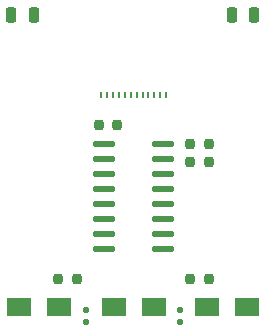
<source format=gbr>
%TF.GenerationSoftware,KiCad,Pcbnew,8.0.7*%
%TF.CreationDate,2024-12-10T14:46:16+07:00*%
%TF.ProjectId,CH551G_DEVKIT_V0,43483535-3147-45f4-9445-564b49545f56,rev?*%
%TF.SameCoordinates,Original*%
%TF.FileFunction,Paste,Top*%
%TF.FilePolarity,Positive*%
%FSLAX46Y46*%
G04 Gerber Fmt 4.6, Leading zero omitted, Abs format (unit mm)*
G04 Created by KiCad (PCBNEW 8.0.7) date 2024-12-10 14:46:16*
%MOMM*%
%LPD*%
G01*
G04 APERTURE LIST*
G04 Aperture macros list*
%AMRoundRect*
0 Rectangle with rounded corners*
0 $1 Rounding radius*
0 $2 $3 $4 $5 $6 $7 $8 $9 X,Y pos of 4 corners*
0 Add a 4 corners polygon primitive as box body*
4,1,4,$2,$3,$4,$5,$6,$7,$8,$9,$2,$3,0*
0 Add four circle primitives for the rounded corners*
1,1,$1+$1,$2,$3*
1,1,$1+$1,$4,$5*
1,1,$1+$1,$6,$7*
1,1,$1+$1,$8,$9*
0 Add four rect primitives between the rounded corners*
20,1,$1+$1,$2,$3,$4,$5,0*
20,1,$1+$1,$4,$5,$6,$7,0*
20,1,$1+$1,$6,$7,$8,$9,0*
20,1,$1+$1,$8,$9,$2,$3,0*%
G04 Aperture macros list end*
%ADD10RoundRect,0.199600X-0.199600X-0.224600X0.199600X-0.224600X0.199600X0.224600X-0.199600X0.224600X0*%
%ADD11R,0.198400X0.598400*%
%ADD12R,2.098400X1.598400*%
%ADD13RoundRect,0.109600X-0.159600X0.109600X-0.159600X-0.109600X0.159600X-0.109600X0.159600X0.109600X0*%
%ADD14RoundRect,0.109600X0.159600X-0.109600X0.159600X0.109600X-0.159600X0.109600X-0.159600X-0.109600X0*%
%ADD15RoundRect,0.218350X0.218350X0.430850X-0.218350X0.430850X-0.218350X-0.430850X0.218350X-0.430850X0*%
%ADD16RoundRect,0.124600X-0.799600X-0.124600X0.799600X-0.124600X0.799600X0.124600X-0.799600X0.124600X0*%
%ADD17RoundRect,0.218350X-0.218350X-0.430850X0.218350X-0.430850X0.218350X0.430850X-0.218350X0.430850X0*%
G04 APERTURE END LIST*
D10*
%TO.C,C1*%
X198996000Y-89738200D03*
X200546000Y-89738200D03*
%TD*%
D11*
%TO.C,J1*%
X196947000Y-85614200D03*
X196447000Y-85614200D03*
X195947000Y-85614200D03*
X195447000Y-85614200D03*
X194947000Y-85614200D03*
X194447000Y-85614200D03*
X193947000Y-85614200D03*
X193447000Y-85614200D03*
X192947000Y-85614200D03*
X192447000Y-85614200D03*
X191947000Y-85614200D03*
X191447000Y-85614200D03*
%TD*%
D12*
%TO.C,SW3*%
X192496000Y-103582200D03*
X195896000Y-103582200D03*
%TD*%
D10*
%TO.C,C4*%
X191223600Y-88112600D03*
X192773600Y-88112600D03*
%TD*%
D12*
%TO.C,SW2*%
X187869000Y-103580200D03*
X184469000Y-103580200D03*
%TD*%
D10*
%TO.C,C3*%
X198996000Y-101168200D03*
X200546000Y-101168200D03*
%TD*%
D13*
%TO.C,R3*%
X198120000Y-103833200D03*
X198120000Y-104853200D03*
%TD*%
D14*
%TO.C,R5*%
X190119000Y-104853200D03*
X190119000Y-103833200D03*
%TD*%
D15*
%TO.C,D1*%
X204391500Y-78816200D03*
X202516500Y-78816200D03*
%TD*%
D16*
%TO.C,U2*%
X191708000Y-89738200D03*
X191708000Y-91008200D03*
X191708000Y-92278200D03*
X191708000Y-93548200D03*
X191708000Y-94818200D03*
X191708000Y-96088200D03*
X191708000Y-97358200D03*
X191708000Y-98628200D03*
X196658000Y-98628200D03*
X196658000Y-97358200D03*
X196658000Y-96088200D03*
X196658000Y-94818200D03*
X196658000Y-93548200D03*
X196658000Y-92278200D03*
X196658000Y-91008200D03*
X196658000Y-89738200D03*
%TD*%
D10*
%TO.C,C5*%
X187820000Y-101168200D03*
X189370000Y-101168200D03*
%TD*%
D17*
%TO.C,D2*%
X183847500Y-78816200D03*
X185722500Y-78816200D03*
%TD*%
D12*
%TO.C,SW1*%
X200370000Y-103582200D03*
X203770000Y-103582200D03*
%TD*%
D10*
%TO.C,C2*%
X198996000Y-91262200D03*
X200546000Y-91262200D03*
%TD*%
M02*

</source>
